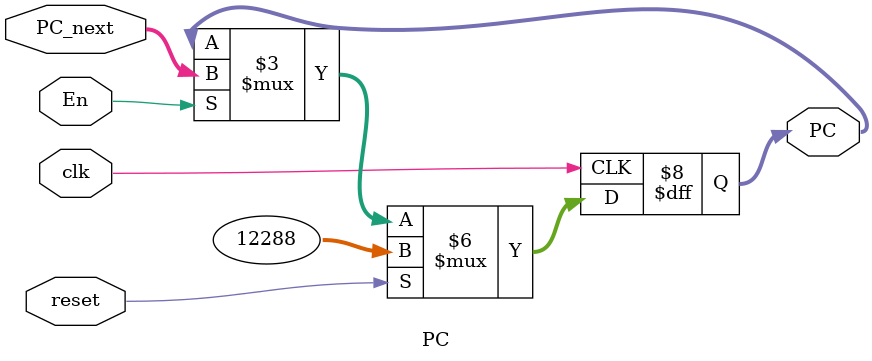
<source format=v>
`timescale 1ns / 1ps
module PC(
    input [31:0] PC_next,
    input clk,
    input reset,
    input En,
    output reg [31:0] PC
    );

    always @(posedge clk) begin
        if (reset) begin
            PC <= 32'h0000_3000;
        end
        else begin
            if(En)
                PC <= PC_next;
            else
                PC <= PC;
        end
    end

endmodule

</source>
